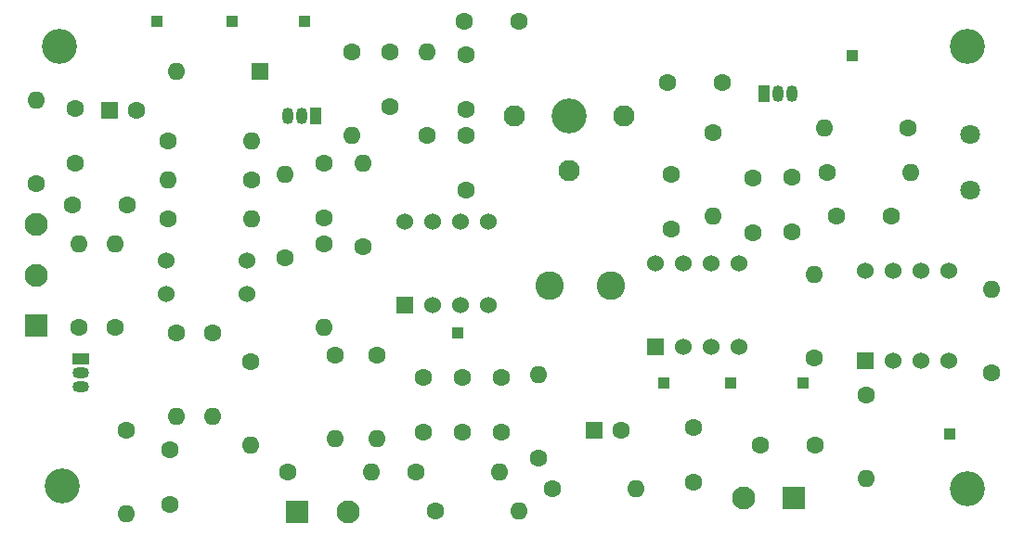
<source format=gbr>
%TF.GenerationSoftware,KiCad,Pcbnew,8.0.0*%
%TF.CreationDate,2024-03-10T20:00:21-04:00*%
%TF.ProjectId,if-and-log-amp,69662d61-6e64-42d6-9c6f-672d616d702e,1*%
%TF.SameCoordinates,Original*%
%TF.FileFunction,Soldermask,Top*%
%TF.FilePolarity,Negative*%
%FSLAX46Y46*%
G04 Gerber Fmt 4.6, Leading zero omitted, Abs format (unit mm)*
G04 Created by KiCad (PCBNEW 8.0.0) date 2024-03-10 20:00:21*
%MOMM*%
%LPD*%
G01*
G04 APERTURE LIST*
G04 Aperture macros list*
%AMRoundRect*
0 Rectangle with rounded corners*
0 $1 Rounding radius*
0 $2 $3 $4 $5 $6 $7 $8 $9 X,Y pos of 4 corners*
0 Add a 4 corners polygon primitive as box body*
4,1,4,$2,$3,$4,$5,$6,$7,$8,$9,$2,$3,0*
0 Add four circle primitives for the rounded corners*
1,1,$1+$1,$2,$3*
1,1,$1+$1,$4,$5*
1,1,$1+$1,$6,$7*
1,1,$1+$1,$8,$9*
0 Add four rect primitives between the rounded corners*
20,1,$1+$1,$2,$3,$4,$5,0*
20,1,$1+$1,$4,$5,$6,$7,0*
20,1,$1+$1,$6,$7,$8,$9,0*
20,1,$1+$1,$8,$9,$2,$3,0*%
G04 Aperture macros list end*
%ADD10R,1.000000X1.000000*%
%ADD11C,1.600000*%
%ADD12O,1.600000X1.600000*%
%ADD13R,1.524000X1.524000*%
%ADD14C,1.524000*%
%ADD15C,3.200000*%
%ADD16C,2.600000*%
%ADD17RoundRect,0.250001X0.799999X-0.799999X0.799999X0.799999X-0.799999X0.799999X-0.799999X-0.799999X0*%
%ADD18C,2.100000*%
%ADD19R,1.500000X1.050000*%
%ADD20O,1.500000X1.050000*%
%ADD21RoundRect,0.250001X-0.799999X-0.799999X0.799999X-0.799999X0.799999X0.799999X-0.799999X0.799999X0*%
%ADD22RoundRect,0.250001X0.799999X0.799999X-0.799999X0.799999X-0.799999X-0.799999X0.799999X-0.799999X0*%
%ADD23R,1.050000X1.500000*%
%ADD24O,1.050000X1.500000*%
%ADD25C,1.800000*%
%ADD26C,1.950000*%
%ADD27R,1.600000X1.600000*%
G04 APERTURE END LIST*
D10*
%TO.C,TP303*%
X108559600Y-82448400D03*
%TD*%
D11*
%TO.C,R328*%
X117195600Y-96926400D03*
D12*
X109575600Y-96926400D03*
%TD*%
D11*
%TO.C,R325*%
X173228000Y-116586000D03*
D12*
X173228000Y-124206000D03*
%TD*%
D11*
%TO.C,R320*%
X126339600Y-85242400D03*
D12*
X126339600Y-92862400D03*
%TD*%
D11*
%TO.C,C321*%
X170535600Y-100228400D03*
X175535600Y-100228400D03*
%TD*%
%TO.C,C309*%
X136753600Y-97902400D03*
X136753600Y-92902400D03*
%TD*%
%TO.C,C320*%
X163616000Y-121158000D03*
X168616000Y-121158000D03*
%TD*%
%TO.C,R310*%
X143357600Y-122326400D03*
D12*
X143357600Y-114706400D03*
%TD*%
D13*
%TO.C,U302*%
X154025600Y-112166400D03*
D14*
X156565600Y-112166400D03*
X159105600Y-112166400D03*
X161645600Y-112166400D03*
X161645600Y-104546400D03*
X159105600Y-104546400D03*
X156565600Y-104546400D03*
X154025600Y-104546400D03*
%TD*%
D11*
%TO.C,C304*%
X123799600Y-100402400D03*
X123799600Y-95402400D03*
%TD*%
%TO.C,C301*%
X105878000Y-99274000D03*
X100878000Y-99274000D03*
%TD*%
D10*
%TO.C,TP301*%
X115417600Y-82448400D03*
%TD*%
D11*
%TO.C,C314*%
X136579600Y-82448400D03*
X141579600Y-82448400D03*
%TD*%
D13*
%TO.C,U303*%
X173139100Y-113499900D03*
D14*
X175679100Y-113499900D03*
X178219100Y-113499900D03*
X180759100Y-113499900D03*
X180759100Y-105244900D03*
X178219100Y-105244900D03*
X175679100Y-105244900D03*
X173139100Y-105244900D03*
%TD*%
D10*
%TO.C,TP305*%
X154787600Y-115468400D03*
%TD*%
D11*
%TO.C,R304*%
X110337600Y-110896400D03*
D12*
X110337600Y-118516400D03*
%TD*%
D11*
%TO.C,R326*%
X168503600Y-113182400D03*
D12*
X168503600Y-105562400D03*
%TD*%
D15*
%TO.C,H301*%
X99669600Y-84734400D03*
%TD*%
%TO.C,H304*%
X182473600Y-125120400D03*
%TD*%
D10*
%TO.C,TP309*%
X167487600Y-115468400D03*
%TD*%
D11*
%TO.C,C303*%
X101092000Y-90424000D03*
X101092000Y-95424000D03*
%TD*%
%TO.C,C316*%
X157541600Y-124572400D03*
X157541600Y-119572400D03*
%TD*%
%TO.C,C306*%
X140015600Y-115000400D03*
X140015600Y-120000400D03*
%TD*%
D16*
%TO.C,L301*%
X144361600Y-106578400D03*
X149961600Y-106578400D03*
%TD*%
D11*
%TO.C,C312*%
X136753600Y-90536400D03*
X136753600Y-85536400D03*
%TD*%
%TO.C,R316*%
X128625600Y-112928400D03*
D12*
X128625600Y-120548400D03*
%TD*%
D11*
%TO.C,C322*%
X155509600Y-96458400D03*
X155509600Y-101458400D03*
%TD*%
D17*
%TO.C,J304*%
X97536000Y-110264000D03*
D18*
X97536000Y-105664000D03*
X97536000Y-101064000D03*
%TD*%
D15*
%TO.C,H303*%
X99923600Y-124866400D03*
%TD*%
D11*
%TO.C,R314*%
X123799600Y-102768400D03*
D12*
X123799600Y-110388400D03*
%TD*%
D11*
%TO.C,C318*%
X155121600Y-88036400D03*
X160121600Y-88036400D03*
%TD*%
D19*
%TO.C,Q301*%
X101595600Y-113330400D03*
D20*
X101595600Y-114600400D03*
X101595600Y-115870400D03*
%TD*%
D21*
%TO.C,J301*%
X121384000Y-127254000D03*
D18*
X125984000Y-127254000D03*
%TD*%
D11*
%TO.C,C317*%
X162915600Y-101752400D03*
X162915600Y-96752400D03*
%TD*%
%TO.C,R323*%
X177038000Y-92202000D03*
D12*
X169418000Y-92202000D03*
%TD*%
D22*
%TO.C,J302*%
X166638000Y-125970000D03*
D18*
X162038000Y-125970000D03*
%TD*%
D11*
%TO.C,R309*%
X144627600Y-125120400D03*
D12*
X152247600Y-125120400D03*
%TD*%
D11*
%TO.C,C307*%
X132903600Y-115000400D03*
X132903600Y-120000400D03*
%TD*%
%TO.C,R301*%
X101447600Y-110388400D03*
D12*
X101447600Y-102768400D03*
%TD*%
D15*
%TO.C,H302*%
X182473600Y-84734400D03*
%TD*%
D11*
%TO.C,R319*%
X109575600Y-93370400D03*
D12*
X117195600Y-93370400D03*
%TD*%
D11*
%TO.C,C302*%
X109789600Y-121604400D03*
X109789600Y-126604400D03*
%TD*%
%TO.C,R306*%
X113639600Y-110896400D03*
D12*
X113639600Y-118516400D03*
%TD*%
D14*
%TO.C,T301*%
X109448600Y-107340400D03*
X116814600Y-107340400D03*
X109448600Y-104292400D03*
X116814600Y-104292400D03*
%TD*%
D23*
%TO.C,U305*%
X163931600Y-89052400D03*
D24*
X165201600Y-89052400D03*
X166471600Y-89052400D03*
%TD*%
D23*
%TO.C,U304*%
X123037600Y-91126400D03*
D24*
X121767600Y-91126400D03*
X120497600Y-91126400D03*
%TD*%
D25*
%TO.C,J303*%
X182780000Y-97850000D03*
X182780000Y-92850000D03*
%TD*%
D15*
%TO.C,C313*%
X146151600Y-91084400D03*
D26*
X141151600Y-91084400D03*
X146151600Y-96084400D03*
X151151600Y-91084400D03*
%TD*%
D11*
%TO.C,C310*%
X129855600Y-85282400D03*
X129855600Y-90282400D03*
%TD*%
%TO.C,R311*%
X117094000Y-113538000D03*
D12*
X117094000Y-121158000D03*
%TD*%
D11*
%TO.C,R324*%
X169672000Y-96266000D03*
D12*
X177292000Y-96266000D03*
%TD*%
D11*
%TO.C,R305*%
X97536000Y-97282000D03*
D12*
X97536000Y-89662000D03*
%TD*%
D11*
%TO.C,R302*%
X104749600Y-110388400D03*
D12*
X104749600Y-102768400D03*
%TD*%
D11*
%TO.C,R315*%
X124815600Y-112928400D03*
D12*
X124815600Y-120548400D03*
%TD*%
D13*
%TO.C,U301*%
X131165600Y-108356400D03*
D14*
X133705600Y-108356400D03*
X136245600Y-108356400D03*
X138785600Y-108356400D03*
X138785600Y-100736400D03*
X136245600Y-100736400D03*
X133705600Y-100736400D03*
X131165600Y-100736400D03*
%TD*%
D11*
%TO.C,R327*%
X184658000Y-114554000D03*
D12*
X184658000Y-106934000D03*
%TD*%
D11*
%TO.C,R317*%
X133197600Y-92862400D03*
D12*
X133197600Y-85242400D03*
%TD*%
D10*
%TO.C,TP307*%
X171958000Y-85598000D03*
%TD*%
D11*
%TO.C,C308*%
X136459600Y-115000400D03*
X136459600Y-120000400D03*
%TD*%
D10*
%TO.C,TP306*%
X160883600Y-115468400D03*
%TD*%
D27*
%TO.C,C311*%
X104241600Y-90576400D03*
D11*
X106741600Y-90576400D03*
%TD*%
%TO.C,R303*%
X105765600Y-119786400D03*
D12*
X105765600Y-127406400D03*
%TD*%
D27*
%TO.C,C305*%
X148437600Y-119786400D03*
D11*
X150937600Y-119786400D03*
%TD*%
D10*
%TO.C,TP304*%
X122021600Y-82448400D03*
%TD*%
D11*
%TO.C,R312*%
X120497600Y-123596400D03*
D12*
X128117600Y-123596400D03*
%TD*%
D11*
%TO.C,R307*%
X120243600Y-104038400D03*
D12*
X120243600Y-96418400D03*
%TD*%
D27*
%TO.C,D301*%
X117957600Y-87020400D03*
D12*
X110337600Y-87020400D03*
%TD*%
D11*
%TO.C,R313*%
X133959600Y-127152400D03*
D12*
X141579600Y-127152400D03*
%TD*%
D10*
%TO.C,TP308*%
X180848000Y-120142000D03*
%TD*%
D11*
%TO.C,R308*%
X132181600Y-123596400D03*
D12*
X139801600Y-123596400D03*
%TD*%
D11*
%TO.C,R318*%
X127355600Y-103022400D03*
D12*
X127355600Y-95402400D03*
%TD*%
D10*
%TO.C,TP302*%
X135991600Y-110896400D03*
%TD*%
D11*
%TO.C,R322*%
X159319600Y-92648400D03*
D12*
X159319600Y-100268400D03*
%TD*%
D11*
%TO.C,C319*%
X166471600Y-96712400D03*
X166471600Y-101712400D03*
%TD*%
%TO.C,R321*%
X109575600Y-100482400D03*
D12*
X117195600Y-100482400D03*
%TD*%
M02*

</source>
